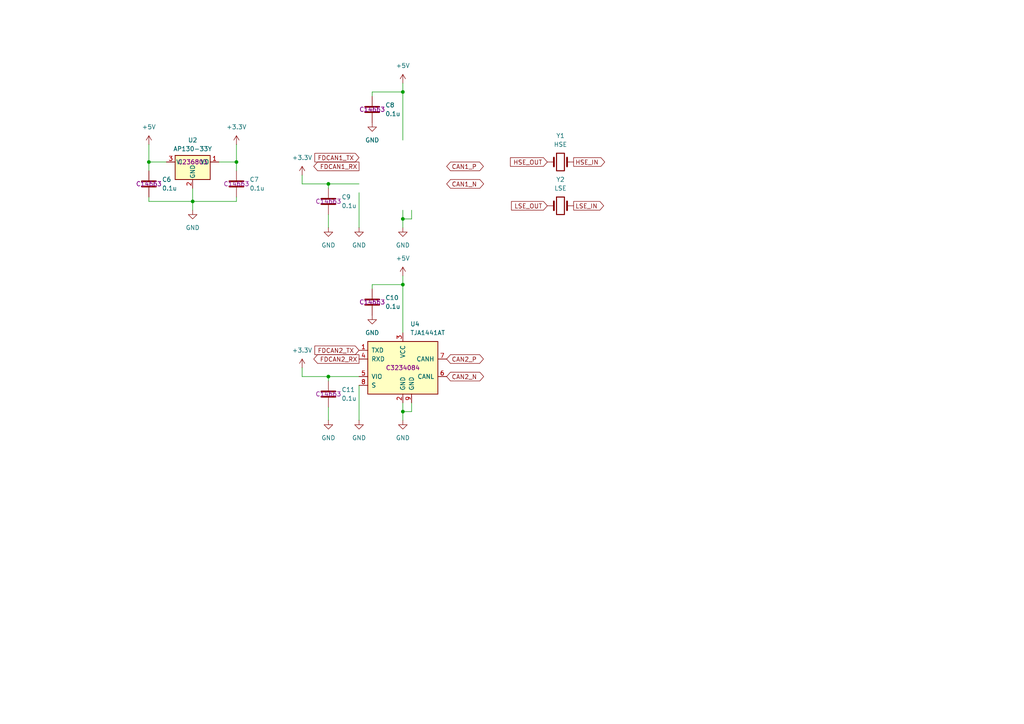
<source format=kicad_sch>
(kicad_sch (version 20250114) (generator "eeschema") (generator_version "9.0")
  (paper "A4")
  (lib_symbols
    (symbol "Device:C" (pin_numbers (hide yes)) (pin_names (offset 0.254))
      (property "Reference" "C" (at 0.635 2.54 0))
      (property "Value" "C" (at 0.635 -2.54 0))
      (symbol "C_0_1"
        (polyline (pts (xy -2.032 0.762) (xy 2.032 0.762)) (stroke (width 0.508)))
        (polyline (pts (xy -2.032 -0.762) (xy 2.032 -0.762)) (stroke (width 0.508)))
      )
      (symbol "C_1_1"
        (pin passive line (at 0 3.81 270) (length 2.794) (name "~") (number "1"))
        (pin passive line (at 0 -3.81 90) (length 2.794) (name "~") (number "2"))
      )
    )
    (symbol "Device:Crystal" (pin_numbers (hide yes)) (pin_names (offset 1.016) (hide yes))
      (property "Reference" "Y" (at 0 3.81 0))
      (property "Value" "Crystal" (at 0 -3.81 0))
      (symbol "Crystal_0_1"
        (polyline (pts (xy -2.54 0) (xy -1.905 0)))
        (polyline (pts (xy -1.905 -1.27) (xy -1.905 1.27)) (stroke (width 0.508)))
        (rectangle (start -1.143 2.54) (end 1.143 -2.54) (stroke (width 0.3048)))
        (polyline (pts (xy 1.905 -1.27) (xy 1.905 1.27)) (stroke (width 0.508)))
        (polyline (pts (xy 2.54 0) (xy 1.905 0)))
      )
      (symbol "Crystal_1_1"
        (pin passive line (at -3.81 0 0) (length 1.27) (name "1") (number "1"))
        (pin passive line (at 3.81 0 180) (length 1.27) (name "2") (number "2"))
      )
    )
    (symbol "Regulator_Linear:AP130-33Y" (pin_names (offset 0.254))
      (property "Reference" "U" (at -3.81 3.175 0))
      (property "Value" "AP130-33Y" (at 0 3.175 0))
      (symbol "AP130-33Y_0_1"
        (rectangle (start -5.08 1.905) (end 5.08 -5.08) (stroke (width 0.254)) (fill (type background)))
      )
      (symbol "AP130-33Y_1_1"
        (pin power_in line (at -7.62 0 0) (length 2.54) (name "VI") (number "3"))
        (pin power_in line (at 0 -7.62 90) (length 2.54) (name "GND") (number "2"))
        (pin power_out line (at 7.62 0 180) (length 2.54) (name "VO") (number "1"))
      )
    )
    (symbol "circuit-sugoi-tsuyoi-machine:TJA1441AT" (pin_names (offset 1.016))
      (property "Reference" "U" (at -10.16 8.89 0))
      (property "Value" "TJA1441AT" (at 1.27 8.89 0))
      (symbol "TJA1441AT_0_1"
        (rectangle (start -10.16 7.62) (end 10.16 -7.62) (stroke (width 0.254)) (fill (type background)))
      )
      (symbol "TJA1441AT_1_1"
        (pin input line (at -12.7 5.08 0) (length 2.54) (name "TXD") (number "1"))
        (pin output line (at -12.7 2.54 0) (length 2.54) (name "RXD") (number "4"))
        (pin power_in line (at -12.7 -2.54 0) (length 2.54) (name "VIO") (number "5"))
        (pin input line (at -12.7 -5.08 0) (length 2.54) (name "S") (number "8"))
        (pin power_in line (at 0 10.16 270) (length 2.54) (name "VCC") (number "3"))
        (pin power_in line (at 0 -10.16 90) (length 2.54) (name "GND") (number "2"))
        (pin power_in line (at 2.54 -10.16 90) (length 2.54) (name "GND") (number "9"))
        (pin bidirectional line (at 12.7 2.54 180) (length 2.54) (name "CANH") (number "7"))
        (pin bidirectional line (at 12.7 -2.54 180) (length 2.54) (name "CANL") (number "6"))
      )
    )
    (symbol "power:+3.3V" (power) (pin_numbers (hide yes)) (pin_names (offset 0) (hide yes))
      (property "Value" "+3.3V" (at 0 3.556 0))
      (symbol "+3.3V_0_1"
        (polyline (pts (xy -0.762 1.27) (xy 0 2.54)))
        (polyline (pts (xy 0 2.54) (xy 0.762 1.27)))
        (polyline (pts (xy 0 0) (xy 0 2.54)))
      )
      (symbol "+3.3V_1_1"
        (pin power_in line (at 0 0 90) (length 0) (name "~") (number "1"))
      )
    )
    (symbol "power:+5V" (power) (pin_numbers (hide yes)) (pin_names (offset 0) (hide yes))
      (property "Value" "+5V" (at 0 3.556 0))
      (symbol "+5V_0_1"
        (polyline (pts (xy -0.762 1.27) (xy 0 2.54)))
        (polyline (pts (xy 0 2.54) (xy 0.762 1.27)))
        (polyline (pts (xy 0 0) (xy 0 2.54)))
      )
      (symbol "+5V_1_1"
        (pin power_in line (at 0 0 90) (length 0) (name "~") (number "1"))
      )
    )
    (symbol "power:GND" (power) (pin_numbers (hide yes)) (pin_names (offset 0) (hide yes))
      (property "Value" "GND" (at 0 -3.81 0))
      (symbol "GND_0_1"
        (polyline (pts (xy 0 0) (xy 0 -1.27) (xy 1.27 -1.27) (xy 0 -2.54) (xy -1.27 -1.27) (xy 0 -1.27)))
      )
      (symbol "GND_1_1"
        (pin power_in line (at 0 0 270) (length 0) (name "~") (number "1"))
      )
    )
  )
  (junction (at 116.84 119.38))
  (junction (at 95.25 53.34))
  (junction (at 95.25 109.22))
  (junction (at 55.88 58.42))
  (junction (at 116.84 82.55))
  (junction (at 43.18 46.99))
  (junction (at 68.58 46.99))
  (junction (at 116.84 63.5))
  (junction (at 116.84 26.67))
  (wire (pts (xy 43.18 57.15) (xy 43.18 58.42)))
  (wire (pts (xy 104.14 55.88) (xy 104.14 66.04)))
  (wire (pts (xy 104.14 109.22) (xy 95.25 109.22)))
  (wire (pts (xy 87.63 50.8) (xy 87.63 53.34)))
  (wire (pts (xy 116.84 119.38) (xy 116.84 121.92)))
  (wire (pts (xy 107.95 26.67) (xy 116.84 26.67)))
  (wire (pts (xy 104.14 111.76) (xy 104.14 121.92)))
  (wire (pts (xy 95.25 53.34) (xy 95.25 54.61)))
  (wire (pts (xy 107.95 82.55) (xy 107.95 83.82)))
  (wire (pts (xy 116.84 80.01) (xy 116.84 82.55)))
  (wire (pts (xy 119.38 63.5) (xy 119.38 60.96)))
  (wire (pts (xy 95.25 121.92) (xy 95.25 118.11)))
  (wire (pts (xy 63.5 46.99) (xy 68.58 46.99)))
  (wire (pts (xy 116.84 26.67) (xy 116.84 40.64)))
  (wire (pts (xy 116.84 116.84) (xy 116.84 119.38)))
  (wire (pts (xy 95.25 53.34) (xy 87.63 53.34)))
  (wire (pts (xy 43.18 49.53) (xy 43.18 46.99)))
  (wire (pts (xy 43.18 58.42) (xy 55.88 58.42)))
  (wire (pts (xy 95.25 66.04) (xy 95.25 62.23)))
  (wire (pts (xy 55.88 60.96) (xy 55.88 58.42)))
  (wire (pts (xy 116.84 63.5) (xy 116.84 66.04)))
  (wire (pts (xy 107.95 26.67) (xy 107.95 27.94)))
  (wire (pts (xy 68.58 58.42) (xy 68.58 57.15)))
  (wire (pts (xy 95.25 109.22) (xy 95.25 110.49)))
  (wire (pts (xy 43.18 46.99) (xy 48.26 46.99)))
  (wire (pts (xy 116.84 119.38) (xy 119.38 119.38)))
  (wire (pts (xy 116.84 63.5) (xy 119.38 63.5)))
  (wire (pts (xy 43.18 41.91) (xy 43.18 46.99)))
  (wire (pts (xy 95.25 109.22) (xy 87.63 109.22)))
  (wire (pts (xy 68.58 46.99) (xy 68.58 49.53)))
  (wire (pts (xy 104.14 53.34) (xy 95.25 53.34)))
  (wire (pts (xy 116.84 60.96) (xy 116.84 63.5)))
  (wire (pts (xy 119.38 119.38) (xy 119.38 116.84)))
  (wire (pts (xy 55.88 58.42) (xy 68.58 58.42)))
  (wire (pts (xy 116.84 82.55) (xy 116.84 96.52)))
  (wire (pts (xy 87.63 106.68) (xy 87.63 109.22)))
  (wire (pts (xy 107.95 82.55) (xy 116.84 82.55)))
  (wire (pts (xy 68.58 41.91) (xy 68.58 46.99)))
  (wire (pts (xy 55.88 54.61) (xy 55.88 58.42)))
  (wire (pts (xy 116.84 24.13) (xy 116.84 26.67)))
  (global_label "FDCAN1_RX" (shape output) (at 104.14 48.26 180) (property "Intersheetrefs" "${INTERSHEET_REFS}" (effects (hide yes))))
  (global_label "CAN1_N" (shape bidirectional) (at 129.54 53.34 0) (property "Intersheetrefs" "${INTERSHEET_REFS}" (effects (hide yes))))
  (global_label "CAN2_P" (shape bidirectional) (at 129.54 104.14 0) (property "Intersheetrefs" "${INTERSHEET_REFS}" (effects (hide yes))))
  (global_label "LSE_IN" (shape output) (at 166.37 59.69 0) (property "Intersheetrefs" "${INTERSHEET_REFS}" (effects (hide yes))))
  (global_label "HSE_IN" (shape output) (at 166.37 46.99 0) (property "Intersheetrefs" "${INTERSHEET_REFS}" (effects (hide yes))))
  (global_label "LSE_OUT" (shape input) (at 158.75 59.69 180) (property "Intersheetrefs" "${INTERSHEET_REFS}" (effects (hide yes))))
  (global_label "HSE_OUT" (shape input) (at 158.75 46.99 180) (property "Intersheetrefs" "${INTERSHEET_REFS}" (effects (hide yes))))
  (global_label "FDCAN2_TX" (shape input) (at 104.14 101.6 180) (property "Intersheetrefs" "${INTERSHEET_REFS}" (effects (hide yes))))
  (global_label "CAN1_P" (shape bidirectional) (at 129.54 48.26 0) (property "Intersheetrefs" "${INTERSHEET_REFS}" (effects (hide yes))))
  (global_label "CAN2_N" (shape bidirectional) (at 129.54 109.22 0) (property "Intersheetrefs" "${INTERSHEET_REFS}" (effects (hide yes))))
  (global_label "FDCAN1_TX" (shape input) (at 104.14 45.72 180) (property "Intersheetrefs" "${INTERSHEET_REFS}" (effects (hide yes))))
  (global_label "FDCAN2_RX" (shape output) (at 104.14 104.14 180) (property "Intersheetrefs" "${INTERSHEET_REFS}" (effects (hide yes))))
  (symbol (lib_id "power:+5V") (at 116.84 80.01 0) (unit 1)
    (property "Reference" "#PWR072" (effects (hide yes)))
    (property "Value" "+5V" (at 116.84 74.93 0))
    (property "Description" "Power symbol creates a global label with name \"+5V\"" (effects (hide yes)))
  )
  (symbol (lib_id "power:+3.3V") (at 87.63 50.8 0) (unit 1)
    (property "Reference" "#PWR065" (effects (hide yes)))
    (property "Value" "+3.3V" (at 87.63 45.72 0))
    (property "Description" "Power symbol creates a global label with name \"+3.3V\"" (effects (hide yes)))
  )
  (symbol (lib_id "power:GND") (at 107.95 91.44 0) (unit 1)
    (property "Reference" "#PWR071" (effects (hide yes)))
    (property "Value" "GND" (at 107.95 96.52 0))
    (property "Description" "Power symbol creates a global label with name \"GND\" , ground" (effects (hide yes)))
  )
  (symbol (lib_id "circuit-sugoi-tsuyoi-machine:ATA6561-GAQW") (at 116.84 50.8 0) (unit 1)
    (property "Reference" "U3" (at 118.9833 38.1 0) (effects (justify left)))
    (property "Value" "ATA6561-GAQW" (at 118.9833 40.64 0) (effects (justify left)))
    (property "Footprint" "Package_SO:SOIC-8-1EP_3.9x4.9mm_P1.27mm_EP2.95x4.9mm_Mask2.71x3.4mm" (effects (hide yes)))
    (property "Datasheet" "https://ww1.microchip.com/downloads/aemDocuments/documents/OTH/ProductDocuments/DataSheets/20005991B.pdf" (effects (hide yes)))
    (property "Description" "High-Speed CAN Transceiver, separate VIO, standby pin, SO-8" (effects (hide yes)))
    (property "LCSC PN" "C2929602" (at 116.84 50.8 0))
  )
  (symbol (lib_id "power:+3.3V") (at 87.63 106.68 0) (unit 1)
    (property "Reference" "#PWR068" (effects (hide yes)))
    (property "Value" "+3.3V" (at 87.63 101.6 0))
    (property "Description" "Power symbol creates a global label with name \"+3.3V\"" (effects (hide yes)))
  )
  (symbol (lib_id "power:GND") (at 104.14 121.92 0) (unit 1)
    (property "Reference" "#PWR070" (effects (hide yes)))
    (property "Value" "GND" (at 104.14 127 0))
    (property "Description" "Power symbol creates a global label with name \"GND\" , ground" (effects (hide yes)))
  )
  (symbol (lib_id "power:+5V") (at 43.18 41.91 0) (unit 1)
    (property "Reference" "#PWR030" (effects (hide yes)))
    (property "Value" "+5V" (at 43.18 36.83 0))
    (property "Description" "Power symbol creates a global label with name \"+5V\"" (effects (hide yes)))
  )
  (symbol (lib_id "Device:C") (at 107.95 31.75 0) (unit 1)
    (property "Reference" "C8" (at 111.76 30.4799 0) (effects (justify left)))
    (property "Value" "0.1u" (at 111.76 33.0199 0) (effects (justify left)))
    (property "Footprint" "Capacitor_SMD:C_0603_1608Metric_Pad1.08x0.95mm_HandSolder" (effects (hide yes)))
    (property "Description" "Unpolarized capacitor" (effects (hide yes)))
    (property "LCSC PN" "C14663" (at 107.95 31.75 0))
  )
  (symbol (lib_id "Device:Crystal") (at 162.56 59.69 0) (unit 1)
    (property "Reference" "Y2" (at 162.56 52.07 0))
    (property "Value" "LSE" (at 162.56 54.61 0))
    (property "Footprint" "Crystal:Crystal_C26-LF_D2.1mm_L6.5mm_Vertical" (effects (hide yes)))
    (property "Description" "Two pin crystal" (effects (hide yes)))
  )
  (symbol (lib_id "Regulator_Linear:AP130-33Y") (at 55.88 46.99 0) (unit 1)
    (property "Reference" "U2" (at 55.88 40.64 0))
    (property "Value" "AP130-33Y" (at 55.88 43.18 0))
    (property "Footprint" "Package_TO_SOT_SMD:SOT-89-3" (effects (hide yes)))
    (property "Datasheet" "https://www.diodes.com/assets/Datasheets/AP130.pdf" (effects (hide yes)))
    (property "Description" "0.3A Low Dropout regulator, positive, 3.3V fixed output, SOT-89" (effects (hide yes)))
    (property "LCSC PN" "C236803" (at 55.88 46.99 0))
  )
  (symbol (lib_id "Device:C") (at 107.95 87.63 0) (unit 1)
    (property "Reference" "C10" (at 111.76 86.3599 0) (effects (justify left)))
    (property "Value" "0.1u" (at 111.76 88.8999 0) (effects (justify left)))
    (property "Footprint" "Capacitor_SMD:C_0603_1608Metric_Pad1.08x0.95mm_HandSolder" (effects (hide yes)))
    (property "Description" "Unpolarized capacitor" (effects (hide yes)))
    (property "LCSC PN" "C14663" (at 107.95 87.63 0))
  )
  (symbol (lib_id "power:GND") (at 116.84 121.92 0) (unit 1)
    (property "Reference" "#PWR073" (effects (hide yes)))
    (property "Value" "GND" (at 116.84 127 0))
    (property "Description" "Power symbol creates a global label with name \"GND\" , ground" (effects (hide yes)))
  )
  (symbol (lib_id "Device:C") (at 68.58 53.34 0) (unit 1)
    (property "Reference" "C7" (at 72.39 52.0699 0) (effects (justify left)))
    (property "Value" "0.1u" (at 72.39 54.6099 0) (effects (justify left)))
    (property "Footprint" "Capacitor_SMD:C_0603_1608Metric_Pad1.08x0.95mm_HandSolder" (effects (hide yes)))
    (property "Description" "Unpolarized capacitor" (effects (hide yes)))
    (property "LCSC PN" "C14663" (at 68.58 53.34 0))
  )
  (symbol (lib_id "power:GND") (at 116.84 66.04 0) (unit 1)
    (property "Reference" "#PWR064" (effects (hide yes)))
    (property "Value" "GND" (at 116.84 71.12 0))
    (property "Description" "Power symbol creates a global label with name \"GND\" , ground" (effects (hide yes)))
  )
  (symbol (lib_id "circuit-sugoi-tsuyoi-machine:TJA1441AT") (at 116.84 106.68 0) (unit 1)
    (property "Reference" "U4" (at 118.9833 93.98 0) (effects (justify left)))
    (property "Value" "TJA1441AT" (at 118.9833 96.52 0) (effects (justify left)))
    (property "Footprint" "Package_SO:SOIC-8-1EP_3.9x4.9mm_P1.27mm_EP2.95x4.9mm_Mask2.71x3.4mm" (effects (hide yes)))
    (property "Datasheet" "http://www.nxp.com/docs/en/data-sheet/TJA1441.pdf" (effects (hide yes)))
    (property "Description" "High-Speed CAN Transceiver, separate VIO, silent mode, SO-8" (effects (hide yes)))
    (property "LCSC PN" "C3234084" (at 116.84 106.68 0))
  )
  (symbol (lib_id "power:GND") (at 95.25 66.04 0) (unit 1)
    (property "Reference" "#PWR066" (effects (hide yes)))
    (property "Value" "GND" (at 95.25 71.12 0))
    (property "Description" "Power symbol creates a global label with name \"GND\" , ground" (effects (hide yes)))
  )
  (symbol (lib_id "Device:Crystal") (at 162.56 46.99 0) (unit 1)
    (property "Reference" "Y1" (at 162.56 39.37 0))
    (property "Value" "HSE" (at 162.56 41.91 0))
    (property "Footprint" "Crystal:Crystal_HC49-U_Vertical" (effects (hide yes)))
    (property "Description" "Two pin crystal" (effects (hide yes)))
  )
  (symbol (lib_id "Device:C") (at 95.25 114.3 0) (unit 1)
    (property "Reference" "C11" (at 99.06 113.0299 0) (effects (justify left)))
    (property "Value" "0.1u" (at 99.06 115.5699 0) (effects (justify left)))
    (property "Footprint" "Capacitor_SMD:C_0603_1608Metric_Pad1.08x0.95mm_HandSolder" (effects (hide yes)))
    (property "Description" "Unpolarized capacitor" (effects (hide yes)))
    (property "LCSC PN" "C14663" (at 95.25 114.3 0))
  )
  (symbol (lib_id "power:GND") (at 55.88 60.96 0) (unit 1)
    (property "Reference" "#PWR029" (effects (hide yes)))
    (property "Value" "GND" (at 55.88 66.04 0))
    (property "Description" "Power symbol creates a global label with name \"GND\" , ground" (effects (hide yes)))
  )
  (symbol (lib_id "power:GND") (at 95.25 121.92 0) (unit 1)
    (property "Reference" "#PWR069" (effects (hide yes)))
    (property "Value" "GND" (at 95.25 127 0))
    (property "Description" "Power symbol creates a global label with name \"GND\" , ground" (effects (hide yes)))
  )
  (symbol (lib_id "power:GND") (at 107.95 35.56 0) (unit 1)
    (property "Reference" "#PWR063" (effects (hide yes)))
    (property "Value" "GND" (at 107.95 40.64 0))
    (property "Description" "Power symbol creates a global label with name \"GND\" , ground" (effects (hide yes)))
  )
  (symbol (lib_id "power:+5V") (at 116.84 24.13 0) (unit 1)
    (property "Reference" "#PWR062" (effects (hide yes)))
    (property "Value" "+5V" (at 116.84 19.05 0))
    (property "Description" "Power symbol creates a global label with name \"+5V\"" (effects (hide yes)))
  )
  (symbol (lib_id "power:GND") (at 104.14 66.04 0) (unit 1)
    (property "Reference" "#PWR067" (effects (hide yes)))
    (property "Value" "GND" (at 104.14 71.12 0))
    (property "Description" "Power symbol creates a global label with name \"GND\" , ground" (effects (hide yes)))
  )
  (symbol (lib_id "Device:C") (at 43.18 53.34 0) (unit 1)
    (property "Reference" "C6" (at 46.99 52.0699 0) (effects (justify left)))
    (property "Value" "0.1u" (at 46.99 54.6099 0) (effects (justify left)))
    (property "Footprint" "Capacitor_SMD:C_0603_1608Metric_Pad1.08x0.95mm_HandSolder" (effects (hide yes)))
    (property "Description" "Unpolarized capacitor" (effects (hide yes)))
    (property "LCSC PN" "C14663" (at 43.18 53.34 0))
  )
  (symbol (lib_id "power:+3.3V") (at 68.58 41.91 0) (unit 1)
    (property "Reference" "#PWR031" (effects (hide yes)))
    (property "Value" "+3.3V" (at 68.58 36.83 0))
    (property "Description" "Power symbol creates a global label with name \"+3.3V\"" (effects (hide yes)))
  )
  (symbol (lib_id "Device:C") (at 95.25 58.42 0) (unit 1)
    (property "Reference" "C9" (at 99.06 57.1499 0) (effects (justify left)))
    (property "Value" "0.1u" (at 99.06 59.6899 0) (effects (justify left)))
    (property "Footprint" "Capacitor_SMD:C_0603_1608Metric_Pad1.08x0.95mm_HandSolder" (effects (hide yes)))
    (property "Description" "Unpolarized capacitor" (effects (hide yes)))
    (property "LCSC PN" "C14663" (at 95.25 58.42 0))
  )
)
</source>
